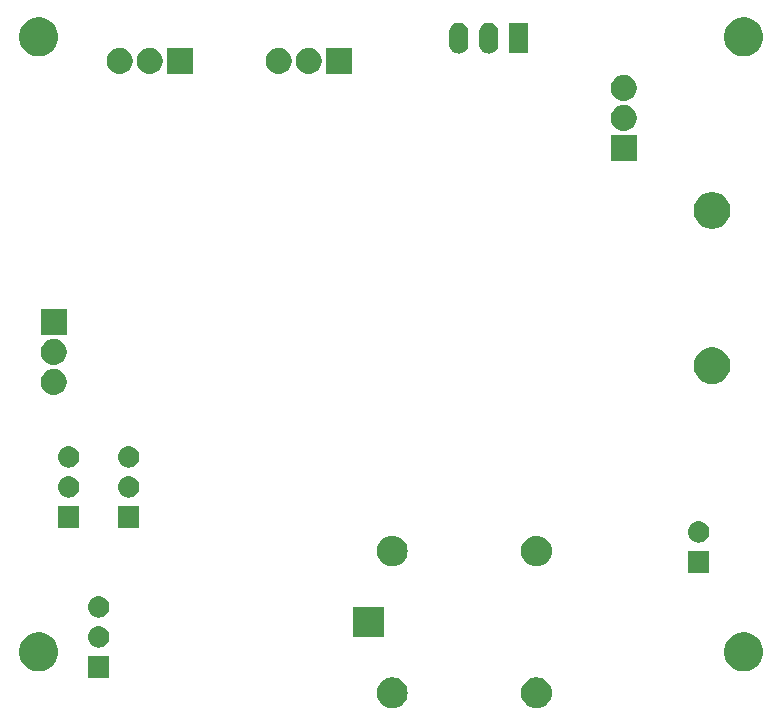
<source format=gbs>
G04 #@! TF.GenerationSoftware,KiCad,Pcbnew,5.0.2-bee76a0~70~ubuntu18.10.1*
G04 #@! TF.CreationDate,2019-09-06T12:11:08+02:00*
G04 #@! TF.ProjectId,Handylader_Fach_RS458_SMD_002,48616e64-796c-4616-9465-725f46616368,rev?*
G04 #@! TF.SameCoordinates,Original*
G04 #@! TF.FileFunction,Soldermask,Bot*
G04 #@! TF.FilePolarity,Negative*
%FSLAX46Y46*%
G04 Gerber Fmt 4.6, Leading zero omitted, Abs format (unit mm)*
G04 Created by KiCad (PCBNEW 5.0.2-bee76a0~70~ubuntu18.10.1) date Fr 06 Sep 2019 12:11:08 CEST*
%MOMM*%
%LPD*%
G01*
G04 APERTURE LIST*
%ADD10C,0.100000*%
G04 APERTURE END LIST*
D10*
G36*
X77811689Y-74553706D02*
X77955040Y-74567825D01*
X78200280Y-74642218D01*
X78200282Y-74642219D01*
X78426296Y-74763026D01*
X78624397Y-74925603D01*
X78786974Y-75123704D01*
X78786975Y-75123706D01*
X78907782Y-75349720D01*
X78982175Y-75594960D01*
X79007294Y-75850000D01*
X78982175Y-76105040D01*
X78907782Y-76350280D01*
X78907781Y-76350282D01*
X78786974Y-76576296D01*
X78624397Y-76774397D01*
X78426296Y-76936974D01*
X78426294Y-76936975D01*
X78200280Y-77057782D01*
X77955040Y-77132175D01*
X77811689Y-77146294D01*
X77763906Y-77151000D01*
X77636094Y-77151000D01*
X77588311Y-77146294D01*
X77444960Y-77132175D01*
X77199720Y-77057782D01*
X76973706Y-76936975D01*
X76973704Y-76936974D01*
X76775603Y-76774397D01*
X76613026Y-76576296D01*
X76492219Y-76350282D01*
X76492218Y-76350280D01*
X76417825Y-76105040D01*
X76392706Y-75850000D01*
X76417825Y-75594960D01*
X76492218Y-75349720D01*
X76613025Y-75123706D01*
X76613026Y-75123704D01*
X76775603Y-74925603D01*
X76973704Y-74763026D01*
X77199718Y-74642219D01*
X77199720Y-74642218D01*
X77444960Y-74567825D01*
X77588311Y-74553706D01*
X77636094Y-74549000D01*
X77763906Y-74549000D01*
X77811689Y-74553706D01*
X77811689Y-74553706D01*
G37*
G36*
X65611689Y-74553706D02*
X65755040Y-74567825D01*
X66000280Y-74642218D01*
X66000282Y-74642219D01*
X66226296Y-74763026D01*
X66424397Y-74925603D01*
X66586974Y-75123704D01*
X66586975Y-75123706D01*
X66707782Y-75349720D01*
X66782175Y-75594960D01*
X66807294Y-75850000D01*
X66782175Y-76105040D01*
X66707782Y-76350280D01*
X66707781Y-76350282D01*
X66586974Y-76576296D01*
X66424397Y-76774397D01*
X66226296Y-76936974D01*
X66226294Y-76936975D01*
X66000280Y-77057782D01*
X65755040Y-77132175D01*
X65611689Y-77146294D01*
X65563906Y-77151000D01*
X65436094Y-77151000D01*
X65388311Y-77146294D01*
X65244960Y-77132175D01*
X64999720Y-77057782D01*
X64773706Y-76936975D01*
X64773704Y-76936974D01*
X64575603Y-76774397D01*
X64413026Y-76576296D01*
X64292219Y-76350282D01*
X64292218Y-76350280D01*
X64217825Y-76105040D01*
X64192706Y-75850000D01*
X64217825Y-75594960D01*
X64292218Y-75349720D01*
X64413025Y-75123706D01*
X64413026Y-75123704D01*
X64575603Y-74925603D01*
X64773704Y-74763026D01*
X64999718Y-74642219D01*
X64999720Y-74642218D01*
X65244960Y-74567825D01*
X65388311Y-74553706D01*
X65436094Y-74549000D01*
X65563906Y-74549000D01*
X65611689Y-74553706D01*
X65611689Y-74553706D01*
G37*
G36*
X41541000Y-74561000D02*
X39739000Y-74561000D01*
X39739000Y-72759000D01*
X41541000Y-72759000D01*
X41541000Y-74561000D01*
X41541000Y-74561000D01*
G37*
G36*
X95625256Y-70781298D02*
X95731579Y-70802447D01*
X96032042Y-70926903D01*
X96056691Y-70943373D01*
X96302454Y-71107587D01*
X96532413Y-71337546D01*
X96532415Y-71337549D01*
X96713097Y-71607958D01*
X96822790Y-71872779D01*
X96837553Y-71908422D01*
X96901000Y-72227389D01*
X96901000Y-72552611D01*
X96837553Y-72871578D01*
X96713098Y-73172040D01*
X96532413Y-73442454D01*
X96302454Y-73672413D01*
X96302451Y-73672415D01*
X96032042Y-73853097D01*
X95731579Y-73977553D01*
X95625256Y-73998702D01*
X95412611Y-74041000D01*
X95087389Y-74041000D01*
X94874744Y-73998702D01*
X94768421Y-73977553D01*
X94467958Y-73853097D01*
X94197549Y-73672415D01*
X94197546Y-73672413D01*
X93967587Y-73442454D01*
X93786902Y-73172040D01*
X93662447Y-72871578D01*
X93599000Y-72552611D01*
X93599000Y-72227389D01*
X93662447Y-71908422D01*
X93677211Y-71872779D01*
X93786903Y-71607958D01*
X93967585Y-71337549D01*
X93967587Y-71337546D01*
X94197546Y-71107587D01*
X94443309Y-70943373D01*
X94467958Y-70926903D01*
X94768421Y-70802447D01*
X94874744Y-70781298D01*
X95087389Y-70739000D01*
X95412611Y-70739000D01*
X95625256Y-70781298D01*
X95625256Y-70781298D01*
G37*
G36*
X35935256Y-70781298D02*
X36041579Y-70802447D01*
X36342042Y-70926903D01*
X36366691Y-70943373D01*
X36612454Y-71107587D01*
X36842413Y-71337546D01*
X36842415Y-71337549D01*
X37023097Y-71607958D01*
X37132790Y-71872779D01*
X37147553Y-71908422D01*
X37211000Y-72227389D01*
X37211000Y-72552611D01*
X37147553Y-72871578D01*
X37023098Y-73172040D01*
X36842413Y-73442454D01*
X36612454Y-73672413D01*
X36612451Y-73672415D01*
X36342042Y-73853097D01*
X36041579Y-73977553D01*
X35935256Y-73998702D01*
X35722611Y-74041000D01*
X35397389Y-74041000D01*
X35184744Y-73998702D01*
X35078421Y-73977553D01*
X34777958Y-73853097D01*
X34507549Y-73672415D01*
X34507546Y-73672413D01*
X34277587Y-73442454D01*
X34096902Y-73172040D01*
X33972447Y-72871578D01*
X33909000Y-72552611D01*
X33909000Y-72227389D01*
X33972447Y-71908422D01*
X33987211Y-71872779D01*
X34096903Y-71607958D01*
X34277585Y-71337549D01*
X34277587Y-71337546D01*
X34507546Y-71107587D01*
X34753309Y-70943373D01*
X34777958Y-70926903D01*
X35078421Y-70802447D01*
X35184744Y-70781298D01*
X35397389Y-70739000D01*
X35722611Y-70739000D01*
X35935256Y-70781298D01*
X35935256Y-70781298D01*
G37*
G36*
X40750442Y-70225518D02*
X40816627Y-70232037D01*
X40929853Y-70266384D01*
X40986467Y-70283557D01*
X41125087Y-70357652D01*
X41142991Y-70367222D01*
X41178729Y-70396552D01*
X41280186Y-70479814D01*
X41363448Y-70581271D01*
X41392778Y-70617009D01*
X41392779Y-70617011D01*
X41476443Y-70773533D01*
X41476443Y-70773534D01*
X41527963Y-70943373D01*
X41545359Y-71120000D01*
X41527963Y-71296627D01*
X41515550Y-71337546D01*
X41476443Y-71466467D01*
X41402348Y-71605087D01*
X41392778Y-71622991D01*
X41363448Y-71658729D01*
X41280186Y-71760186D01*
X41178729Y-71843448D01*
X41142991Y-71872778D01*
X41142989Y-71872779D01*
X40986467Y-71956443D01*
X40929853Y-71973616D01*
X40816627Y-72007963D01*
X40750443Y-72014481D01*
X40684260Y-72021000D01*
X40595740Y-72021000D01*
X40529557Y-72014481D01*
X40463373Y-72007963D01*
X40350147Y-71973616D01*
X40293533Y-71956443D01*
X40137011Y-71872779D01*
X40137009Y-71872778D01*
X40101271Y-71843448D01*
X39999814Y-71760186D01*
X39916552Y-71658729D01*
X39887222Y-71622991D01*
X39877652Y-71605087D01*
X39803557Y-71466467D01*
X39764450Y-71337546D01*
X39752037Y-71296627D01*
X39734641Y-71120000D01*
X39752037Y-70943373D01*
X39803557Y-70773534D01*
X39803557Y-70773533D01*
X39887221Y-70617011D01*
X39887222Y-70617009D01*
X39916552Y-70581271D01*
X39999814Y-70479814D01*
X40101271Y-70396552D01*
X40137009Y-70367222D01*
X40154913Y-70357652D01*
X40293533Y-70283557D01*
X40350147Y-70266384D01*
X40463373Y-70232037D01*
X40529558Y-70225518D01*
X40595740Y-70219000D01*
X40684260Y-70219000D01*
X40750442Y-70225518D01*
X40750442Y-70225518D01*
G37*
G36*
X64801000Y-71151000D02*
X62199000Y-71151000D01*
X62199000Y-68549000D01*
X64801000Y-68549000D01*
X64801000Y-71151000D01*
X64801000Y-71151000D01*
G37*
G36*
X40750443Y-67685519D02*
X40816627Y-67692037D01*
X40929853Y-67726384D01*
X40986467Y-67743557D01*
X41125087Y-67817652D01*
X41142991Y-67827222D01*
X41178729Y-67856552D01*
X41280186Y-67939814D01*
X41363448Y-68041271D01*
X41392778Y-68077009D01*
X41392779Y-68077011D01*
X41476443Y-68233533D01*
X41476443Y-68233534D01*
X41527963Y-68403373D01*
X41545359Y-68580000D01*
X41527963Y-68756627D01*
X41493616Y-68869853D01*
X41476443Y-68926467D01*
X41402348Y-69065087D01*
X41392778Y-69082991D01*
X41363448Y-69118729D01*
X41280186Y-69220186D01*
X41178729Y-69303448D01*
X41142991Y-69332778D01*
X41142989Y-69332779D01*
X40986467Y-69416443D01*
X40929853Y-69433616D01*
X40816627Y-69467963D01*
X40750442Y-69474482D01*
X40684260Y-69481000D01*
X40595740Y-69481000D01*
X40529558Y-69474482D01*
X40463373Y-69467963D01*
X40350147Y-69433616D01*
X40293533Y-69416443D01*
X40137011Y-69332779D01*
X40137009Y-69332778D01*
X40101271Y-69303448D01*
X39999814Y-69220186D01*
X39916552Y-69118729D01*
X39887222Y-69082991D01*
X39877652Y-69065087D01*
X39803557Y-68926467D01*
X39786384Y-68869853D01*
X39752037Y-68756627D01*
X39734641Y-68580000D01*
X39752037Y-68403373D01*
X39803557Y-68233534D01*
X39803557Y-68233533D01*
X39887221Y-68077011D01*
X39887222Y-68077009D01*
X39916552Y-68041271D01*
X39999814Y-67939814D01*
X40101271Y-67856552D01*
X40137009Y-67827222D01*
X40154913Y-67817652D01*
X40293533Y-67743557D01*
X40350147Y-67726384D01*
X40463373Y-67692037D01*
X40529557Y-67685519D01*
X40595740Y-67679000D01*
X40684260Y-67679000D01*
X40750443Y-67685519D01*
X40750443Y-67685519D01*
G37*
G36*
X92341000Y-65671000D02*
X90539000Y-65671000D01*
X90539000Y-63869000D01*
X92341000Y-63869000D01*
X92341000Y-65671000D01*
X92341000Y-65671000D01*
G37*
G36*
X65611689Y-62553706D02*
X65755040Y-62567825D01*
X66000280Y-62642218D01*
X66000282Y-62642219D01*
X66226296Y-62763026D01*
X66424397Y-62925603D01*
X66586974Y-63123704D01*
X66586975Y-63123706D01*
X66707782Y-63349720D01*
X66782175Y-63594960D01*
X66807294Y-63850000D01*
X66782175Y-64105040D01*
X66707782Y-64350280D01*
X66707781Y-64350282D01*
X66586974Y-64576296D01*
X66424397Y-64774397D01*
X66226296Y-64936974D01*
X66226294Y-64936975D01*
X66000280Y-65057782D01*
X65755040Y-65132175D01*
X65611689Y-65146294D01*
X65563906Y-65151000D01*
X65436094Y-65151000D01*
X65388311Y-65146294D01*
X65244960Y-65132175D01*
X64999720Y-65057782D01*
X64773706Y-64936975D01*
X64773704Y-64936974D01*
X64575603Y-64774397D01*
X64413026Y-64576296D01*
X64292219Y-64350282D01*
X64292218Y-64350280D01*
X64217825Y-64105040D01*
X64192706Y-63850000D01*
X64217825Y-63594960D01*
X64292218Y-63349720D01*
X64413025Y-63123706D01*
X64413026Y-63123704D01*
X64575603Y-62925603D01*
X64773704Y-62763026D01*
X64999718Y-62642219D01*
X64999720Y-62642218D01*
X65244960Y-62567825D01*
X65388311Y-62553706D01*
X65436094Y-62549000D01*
X65563906Y-62549000D01*
X65611689Y-62553706D01*
X65611689Y-62553706D01*
G37*
G36*
X77811689Y-62553706D02*
X77955040Y-62567825D01*
X78200280Y-62642218D01*
X78200282Y-62642219D01*
X78426296Y-62763026D01*
X78624397Y-62925603D01*
X78786974Y-63123704D01*
X78786975Y-63123706D01*
X78907782Y-63349720D01*
X78982175Y-63594960D01*
X79007294Y-63850000D01*
X78982175Y-64105040D01*
X78907782Y-64350280D01*
X78907781Y-64350282D01*
X78786974Y-64576296D01*
X78624397Y-64774397D01*
X78426296Y-64936974D01*
X78426294Y-64936975D01*
X78200280Y-65057782D01*
X77955040Y-65132175D01*
X77811689Y-65146294D01*
X77763906Y-65151000D01*
X77636094Y-65151000D01*
X77588311Y-65146294D01*
X77444960Y-65132175D01*
X77199720Y-65057782D01*
X76973706Y-64936975D01*
X76973704Y-64936974D01*
X76775603Y-64774397D01*
X76613026Y-64576296D01*
X76492219Y-64350282D01*
X76492218Y-64350280D01*
X76417825Y-64105040D01*
X76392706Y-63850000D01*
X76417825Y-63594960D01*
X76492218Y-63349720D01*
X76613025Y-63123706D01*
X76613026Y-63123704D01*
X76775603Y-62925603D01*
X76973704Y-62763026D01*
X77199718Y-62642219D01*
X77199720Y-62642218D01*
X77444960Y-62567825D01*
X77588311Y-62553706D01*
X77636094Y-62549000D01*
X77763906Y-62549000D01*
X77811689Y-62553706D01*
X77811689Y-62553706D01*
G37*
G36*
X91550443Y-61335519D02*
X91616627Y-61342037D01*
X91729853Y-61376384D01*
X91786467Y-61393557D01*
X91925087Y-61467652D01*
X91942991Y-61477222D01*
X91978729Y-61506552D01*
X92080186Y-61589814D01*
X92163448Y-61691271D01*
X92192778Y-61727009D01*
X92192779Y-61727011D01*
X92276443Y-61883533D01*
X92276443Y-61883534D01*
X92327963Y-62053373D01*
X92345359Y-62230000D01*
X92327963Y-62406627D01*
X92293616Y-62519853D01*
X92276443Y-62576467D01*
X92241298Y-62642218D01*
X92192778Y-62732991D01*
X92168129Y-62763026D01*
X92080186Y-62870186D01*
X91978729Y-62953448D01*
X91942991Y-62982778D01*
X91942989Y-62982779D01*
X91786467Y-63066443D01*
X91729853Y-63083616D01*
X91616627Y-63117963D01*
X91558316Y-63123706D01*
X91484260Y-63131000D01*
X91395740Y-63131000D01*
X91321684Y-63123706D01*
X91263373Y-63117963D01*
X91150147Y-63083616D01*
X91093533Y-63066443D01*
X90937011Y-62982779D01*
X90937009Y-62982778D01*
X90901271Y-62953448D01*
X90799814Y-62870186D01*
X90711871Y-62763026D01*
X90687222Y-62732991D01*
X90638702Y-62642218D01*
X90603557Y-62576467D01*
X90586384Y-62519853D01*
X90552037Y-62406627D01*
X90534641Y-62230000D01*
X90552037Y-62053373D01*
X90603557Y-61883534D01*
X90603557Y-61883533D01*
X90687221Y-61727011D01*
X90687222Y-61727009D01*
X90716552Y-61691271D01*
X90799814Y-61589814D01*
X90901271Y-61506552D01*
X90937009Y-61477222D01*
X90954913Y-61467652D01*
X91093533Y-61393557D01*
X91150147Y-61376384D01*
X91263373Y-61342037D01*
X91329557Y-61335519D01*
X91395740Y-61329000D01*
X91484260Y-61329000D01*
X91550443Y-61335519D01*
X91550443Y-61335519D01*
G37*
G36*
X44081000Y-61861000D02*
X42279000Y-61861000D01*
X42279000Y-60059000D01*
X44081000Y-60059000D01*
X44081000Y-61861000D01*
X44081000Y-61861000D01*
G37*
G36*
X39001000Y-61861000D02*
X37199000Y-61861000D01*
X37199000Y-60059000D01*
X39001000Y-60059000D01*
X39001000Y-61861000D01*
X39001000Y-61861000D01*
G37*
G36*
X38210443Y-57525519D02*
X38276627Y-57532037D01*
X38389853Y-57566384D01*
X38446467Y-57583557D01*
X38585087Y-57657652D01*
X38602991Y-57667222D01*
X38638729Y-57696552D01*
X38740186Y-57779814D01*
X38823448Y-57881271D01*
X38852778Y-57917009D01*
X38852779Y-57917011D01*
X38936443Y-58073533D01*
X38936443Y-58073534D01*
X38987963Y-58243373D01*
X39005359Y-58420000D01*
X38987963Y-58596627D01*
X38953616Y-58709853D01*
X38936443Y-58766467D01*
X38862348Y-58905087D01*
X38852778Y-58922991D01*
X38823448Y-58958729D01*
X38740186Y-59060186D01*
X38638729Y-59143448D01*
X38602991Y-59172778D01*
X38602989Y-59172779D01*
X38446467Y-59256443D01*
X38389853Y-59273616D01*
X38276627Y-59307963D01*
X38210442Y-59314482D01*
X38144260Y-59321000D01*
X38055740Y-59321000D01*
X37989558Y-59314482D01*
X37923373Y-59307963D01*
X37810147Y-59273616D01*
X37753533Y-59256443D01*
X37597011Y-59172779D01*
X37597009Y-59172778D01*
X37561271Y-59143448D01*
X37459814Y-59060186D01*
X37376552Y-58958729D01*
X37347222Y-58922991D01*
X37337652Y-58905087D01*
X37263557Y-58766467D01*
X37246384Y-58709853D01*
X37212037Y-58596627D01*
X37194641Y-58420000D01*
X37212037Y-58243373D01*
X37263557Y-58073534D01*
X37263557Y-58073533D01*
X37347221Y-57917011D01*
X37347222Y-57917009D01*
X37376552Y-57881271D01*
X37459814Y-57779814D01*
X37561271Y-57696552D01*
X37597009Y-57667222D01*
X37614913Y-57657652D01*
X37753533Y-57583557D01*
X37810147Y-57566384D01*
X37923373Y-57532037D01*
X37989557Y-57525519D01*
X38055740Y-57519000D01*
X38144260Y-57519000D01*
X38210443Y-57525519D01*
X38210443Y-57525519D01*
G37*
G36*
X43290443Y-57525519D02*
X43356627Y-57532037D01*
X43469853Y-57566384D01*
X43526467Y-57583557D01*
X43665087Y-57657652D01*
X43682991Y-57667222D01*
X43718729Y-57696552D01*
X43820186Y-57779814D01*
X43903448Y-57881271D01*
X43932778Y-57917009D01*
X43932779Y-57917011D01*
X44016443Y-58073533D01*
X44016443Y-58073534D01*
X44067963Y-58243373D01*
X44085359Y-58420000D01*
X44067963Y-58596627D01*
X44033616Y-58709853D01*
X44016443Y-58766467D01*
X43942348Y-58905087D01*
X43932778Y-58922991D01*
X43903448Y-58958729D01*
X43820186Y-59060186D01*
X43718729Y-59143448D01*
X43682991Y-59172778D01*
X43682989Y-59172779D01*
X43526467Y-59256443D01*
X43469853Y-59273616D01*
X43356627Y-59307963D01*
X43290442Y-59314482D01*
X43224260Y-59321000D01*
X43135740Y-59321000D01*
X43069558Y-59314482D01*
X43003373Y-59307963D01*
X42890147Y-59273616D01*
X42833533Y-59256443D01*
X42677011Y-59172779D01*
X42677009Y-59172778D01*
X42641271Y-59143448D01*
X42539814Y-59060186D01*
X42456552Y-58958729D01*
X42427222Y-58922991D01*
X42417652Y-58905087D01*
X42343557Y-58766467D01*
X42326384Y-58709853D01*
X42292037Y-58596627D01*
X42274641Y-58420000D01*
X42292037Y-58243373D01*
X42343557Y-58073534D01*
X42343557Y-58073533D01*
X42427221Y-57917011D01*
X42427222Y-57917009D01*
X42456552Y-57881271D01*
X42539814Y-57779814D01*
X42641271Y-57696552D01*
X42677009Y-57667222D01*
X42694913Y-57657652D01*
X42833533Y-57583557D01*
X42890147Y-57566384D01*
X43003373Y-57532037D01*
X43069557Y-57525519D01*
X43135740Y-57519000D01*
X43224260Y-57519000D01*
X43290443Y-57525519D01*
X43290443Y-57525519D01*
G37*
G36*
X38210443Y-54985519D02*
X38276627Y-54992037D01*
X38389853Y-55026384D01*
X38446467Y-55043557D01*
X38585087Y-55117652D01*
X38602991Y-55127222D01*
X38638729Y-55156552D01*
X38740186Y-55239814D01*
X38823448Y-55341271D01*
X38852778Y-55377009D01*
X38852779Y-55377011D01*
X38936443Y-55533533D01*
X38936443Y-55533534D01*
X38987963Y-55703373D01*
X39005359Y-55880000D01*
X38987963Y-56056627D01*
X38953616Y-56169853D01*
X38936443Y-56226467D01*
X38862348Y-56365087D01*
X38852778Y-56382991D01*
X38823448Y-56418729D01*
X38740186Y-56520186D01*
X38638729Y-56603448D01*
X38602991Y-56632778D01*
X38602989Y-56632779D01*
X38446467Y-56716443D01*
X38389853Y-56733616D01*
X38276627Y-56767963D01*
X38210443Y-56774481D01*
X38144260Y-56781000D01*
X38055740Y-56781000D01*
X37989557Y-56774481D01*
X37923373Y-56767963D01*
X37810147Y-56733616D01*
X37753533Y-56716443D01*
X37597011Y-56632779D01*
X37597009Y-56632778D01*
X37561271Y-56603448D01*
X37459814Y-56520186D01*
X37376552Y-56418729D01*
X37347222Y-56382991D01*
X37337652Y-56365087D01*
X37263557Y-56226467D01*
X37246384Y-56169853D01*
X37212037Y-56056627D01*
X37194641Y-55880000D01*
X37212037Y-55703373D01*
X37263557Y-55533534D01*
X37263557Y-55533533D01*
X37347221Y-55377011D01*
X37347222Y-55377009D01*
X37376552Y-55341271D01*
X37459814Y-55239814D01*
X37561271Y-55156552D01*
X37597009Y-55127222D01*
X37614913Y-55117652D01*
X37753533Y-55043557D01*
X37810147Y-55026384D01*
X37923373Y-54992037D01*
X37989557Y-54985519D01*
X38055740Y-54979000D01*
X38144260Y-54979000D01*
X38210443Y-54985519D01*
X38210443Y-54985519D01*
G37*
G36*
X43290443Y-54985519D02*
X43356627Y-54992037D01*
X43469853Y-55026384D01*
X43526467Y-55043557D01*
X43665087Y-55117652D01*
X43682991Y-55127222D01*
X43718729Y-55156552D01*
X43820186Y-55239814D01*
X43903448Y-55341271D01*
X43932778Y-55377009D01*
X43932779Y-55377011D01*
X44016443Y-55533533D01*
X44016443Y-55533534D01*
X44067963Y-55703373D01*
X44085359Y-55880000D01*
X44067963Y-56056627D01*
X44033616Y-56169853D01*
X44016443Y-56226467D01*
X43942348Y-56365087D01*
X43932778Y-56382991D01*
X43903448Y-56418729D01*
X43820186Y-56520186D01*
X43718729Y-56603448D01*
X43682991Y-56632778D01*
X43682989Y-56632779D01*
X43526467Y-56716443D01*
X43469853Y-56733616D01*
X43356627Y-56767963D01*
X43290443Y-56774481D01*
X43224260Y-56781000D01*
X43135740Y-56781000D01*
X43069557Y-56774481D01*
X43003373Y-56767963D01*
X42890147Y-56733616D01*
X42833533Y-56716443D01*
X42677011Y-56632779D01*
X42677009Y-56632778D01*
X42641271Y-56603448D01*
X42539814Y-56520186D01*
X42456552Y-56418729D01*
X42427222Y-56382991D01*
X42417652Y-56365087D01*
X42343557Y-56226467D01*
X42326384Y-56169853D01*
X42292037Y-56056627D01*
X42274641Y-55880000D01*
X42292037Y-55703373D01*
X42343557Y-55533534D01*
X42343557Y-55533533D01*
X42427221Y-55377011D01*
X42427222Y-55377009D01*
X42456552Y-55341271D01*
X42539814Y-55239814D01*
X42641271Y-55156552D01*
X42677009Y-55127222D01*
X42694913Y-55117652D01*
X42833533Y-55043557D01*
X42890147Y-55026384D01*
X43003373Y-54992037D01*
X43069557Y-54985519D01*
X43135740Y-54979000D01*
X43224260Y-54979000D01*
X43290443Y-54985519D01*
X43290443Y-54985519D01*
G37*
G36*
X37044794Y-48450155D02*
X37151150Y-48471311D01*
X37221990Y-48500654D01*
X37351516Y-48554305D01*
X37351519Y-48554307D01*
X37453441Y-48622409D01*
X37531850Y-48674801D01*
X37685199Y-48828150D01*
X37805695Y-49008484D01*
X37888689Y-49208851D01*
X37931000Y-49421560D01*
X37931000Y-49638440D01*
X37888689Y-49851149D01*
X37805695Y-50051516D01*
X37685199Y-50231850D01*
X37531850Y-50385199D01*
X37351516Y-50505695D01*
X37221990Y-50559346D01*
X37151150Y-50588689D01*
X37044794Y-50609845D01*
X36938440Y-50631000D01*
X36721560Y-50631000D01*
X36615206Y-50609845D01*
X36508850Y-50588689D01*
X36438010Y-50559346D01*
X36308484Y-50505695D01*
X36128150Y-50385199D01*
X35974801Y-50231850D01*
X35854305Y-50051516D01*
X35771311Y-49851149D01*
X35729000Y-49638440D01*
X35729000Y-49421560D01*
X35771311Y-49208851D01*
X35854305Y-49008484D01*
X35974801Y-48828150D01*
X36128150Y-48674801D01*
X36206560Y-48622409D01*
X36308481Y-48554307D01*
X36308484Y-48554305D01*
X36438010Y-48500654D01*
X36508850Y-48471311D01*
X36615206Y-48450155D01*
X36721560Y-48429000D01*
X36938440Y-48429000D01*
X37044794Y-48450155D01*
X37044794Y-48450155D01*
G37*
G36*
X92922527Y-46658736D02*
X93022410Y-46678604D01*
X93304674Y-46795521D01*
X93558705Y-46965259D01*
X93774741Y-47181295D01*
X93944479Y-47435326D01*
X94050734Y-47691850D01*
X94061396Y-47717591D01*
X94121000Y-48017238D01*
X94121000Y-48322762D01*
X94081264Y-48522527D01*
X94061396Y-48622410D01*
X93944479Y-48904674D01*
X93774741Y-49158705D01*
X93558705Y-49374741D01*
X93304674Y-49544479D01*
X93022410Y-49661396D01*
X92922527Y-49681264D01*
X92722762Y-49721000D01*
X92417238Y-49721000D01*
X92217473Y-49681264D01*
X92117590Y-49661396D01*
X91835326Y-49544479D01*
X91581295Y-49374741D01*
X91365259Y-49158705D01*
X91195521Y-48904674D01*
X91078604Y-48622410D01*
X91058736Y-48522527D01*
X91019000Y-48322762D01*
X91019000Y-48017238D01*
X91078604Y-47717591D01*
X91089266Y-47691850D01*
X91195521Y-47435326D01*
X91365259Y-47181295D01*
X91581295Y-46965259D01*
X91835326Y-46795521D01*
X92117590Y-46678604D01*
X92217473Y-46658736D01*
X92417238Y-46619000D01*
X92722762Y-46619000D01*
X92922527Y-46658736D01*
X92922527Y-46658736D01*
G37*
G36*
X37044794Y-45910155D02*
X37151150Y-45931311D01*
X37221990Y-45960654D01*
X37351516Y-46014305D01*
X37531850Y-46134801D01*
X37685199Y-46288150D01*
X37805695Y-46468484D01*
X37888689Y-46668851D01*
X37931000Y-46881560D01*
X37931000Y-47098440D01*
X37888689Y-47311149D01*
X37805695Y-47511516D01*
X37685199Y-47691850D01*
X37531850Y-47845199D01*
X37351516Y-47965695D01*
X37227079Y-48017238D01*
X37151150Y-48048689D01*
X37044795Y-48069844D01*
X36938440Y-48091000D01*
X36721560Y-48091000D01*
X36615206Y-48069845D01*
X36508850Y-48048689D01*
X36432921Y-48017238D01*
X36308484Y-47965695D01*
X36128150Y-47845199D01*
X35974801Y-47691850D01*
X35854305Y-47511516D01*
X35771311Y-47311149D01*
X35729000Y-47098440D01*
X35729000Y-46881560D01*
X35771311Y-46668851D01*
X35854305Y-46468484D01*
X35974801Y-46288150D01*
X36128150Y-46134801D01*
X36308484Y-46014305D01*
X36438010Y-45960654D01*
X36508850Y-45931311D01*
X36615206Y-45910155D01*
X36721560Y-45889000D01*
X36938440Y-45889000D01*
X37044794Y-45910155D01*
X37044794Y-45910155D01*
G37*
G36*
X37931000Y-45551000D02*
X35729000Y-45551000D01*
X35729000Y-43349000D01*
X37931000Y-43349000D01*
X37931000Y-45551000D01*
X37931000Y-45551000D01*
G37*
G36*
X92922527Y-33518736D02*
X93022410Y-33538604D01*
X93304674Y-33655521D01*
X93558705Y-33825259D01*
X93774741Y-34041295D01*
X93944479Y-34295326D01*
X94061396Y-34577590D01*
X94121000Y-34877240D01*
X94121000Y-35182760D01*
X94061396Y-35482410D01*
X93944479Y-35764674D01*
X93774741Y-36018705D01*
X93558705Y-36234741D01*
X93304674Y-36404479D01*
X93022410Y-36521396D01*
X92922527Y-36541264D01*
X92722762Y-36581000D01*
X92417238Y-36581000D01*
X92217473Y-36541264D01*
X92117590Y-36521396D01*
X91835326Y-36404479D01*
X91581295Y-36234741D01*
X91365259Y-36018705D01*
X91195521Y-35764674D01*
X91078604Y-35482410D01*
X91019000Y-35182760D01*
X91019000Y-34877240D01*
X91078604Y-34577590D01*
X91195521Y-34295326D01*
X91365259Y-34041295D01*
X91581295Y-33825259D01*
X91835326Y-33655521D01*
X92117590Y-33538604D01*
X92217473Y-33518736D01*
X92417238Y-33479000D01*
X92722762Y-33479000D01*
X92922527Y-33518736D01*
X92922527Y-33518736D01*
G37*
G36*
X86191000Y-30819000D02*
X83989000Y-30819000D01*
X83989000Y-28617000D01*
X86191000Y-28617000D01*
X86191000Y-30819000D01*
X86191000Y-30819000D01*
G37*
G36*
X85304794Y-26098155D02*
X85411150Y-26119311D01*
X85481990Y-26148654D01*
X85611516Y-26202305D01*
X85791850Y-26322801D01*
X85945199Y-26476150D01*
X86065695Y-26656484D01*
X86148689Y-26856851D01*
X86191000Y-27069560D01*
X86191000Y-27286440D01*
X86148689Y-27499149D01*
X86065695Y-27699516D01*
X85945199Y-27879850D01*
X85791850Y-28033199D01*
X85611516Y-28153695D01*
X85481990Y-28207346D01*
X85411150Y-28236689D01*
X85304794Y-28257845D01*
X85198440Y-28279000D01*
X84981560Y-28279000D01*
X84875206Y-28257845D01*
X84768850Y-28236689D01*
X84698010Y-28207346D01*
X84568484Y-28153695D01*
X84388150Y-28033199D01*
X84234801Y-27879850D01*
X84114305Y-27699516D01*
X84031311Y-27499149D01*
X83989000Y-27286440D01*
X83989000Y-27069560D01*
X84031311Y-26856851D01*
X84114305Y-26656484D01*
X84234801Y-26476150D01*
X84388150Y-26322801D01*
X84568484Y-26202305D01*
X84698010Y-26148654D01*
X84768850Y-26119311D01*
X84875206Y-26098155D01*
X84981560Y-26077000D01*
X85198440Y-26077000D01*
X85304794Y-26098155D01*
X85304794Y-26098155D01*
G37*
G36*
X85304794Y-23558155D02*
X85411150Y-23579311D01*
X85481990Y-23608654D01*
X85611516Y-23662305D01*
X85791850Y-23782801D01*
X85945199Y-23936150D01*
X86065695Y-24116484D01*
X86148689Y-24316851D01*
X86191000Y-24529560D01*
X86191000Y-24746440D01*
X86148689Y-24959149D01*
X86065695Y-25159516D01*
X85945199Y-25339850D01*
X85791850Y-25493199D01*
X85611516Y-25613695D01*
X85481990Y-25667346D01*
X85411150Y-25696689D01*
X85304794Y-25717845D01*
X85198440Y-25739000D01*
X84981560Y-25739000D01*
X84875206Y-25717845D01*
X84768850Y-25696689D01*
X84698010Y-25667346D01*
X84568484Y-25613695D01*
X84388150Y-25493199D01*
X84234801Y-25339850D01*
X84114305Y-25159516D01*
X84031311Y-24959149D01*
X83989000Y-24746440D01*
X83989000Y-24529560D01*
X84031311Y-24316851D01*
X84114305Y-24116484D01*
X84234801Y-23936150D01*
X84388150Y-23782801D01*
X84568484Y-23662305D01*
X84698010Y-23608654D01*
X84768850Y-23579311D01*
X84875206Y-23558155D01*
X84981560Y-23537000D01*
X85198440Y-23537000D01*
X85304794Y-23558155D01*
X85304794Y-23558155D01*
G37*
G36*
X56094794Y-21272155D02*
X56201150Y-21293311D01*
X56271990Y-21322654D01*
X56401516Y-21376305D01*
X56401519Y-21376307D01*
X56577858Y-21494133D01*
X56581850Y-21496801D01*
X56735199Y-21650150D01*
X56735201Y-21650153D01*
X56735202Y-21650154D01*
X56785881Y-21726000D01*
X56855695Y-21830484D01*
X56938689Y-22030851D01*
X56981000Y-22243560D01*
X56981000Y-22460440D01*
X56938689Y-22673149D01*
X56855695Y-22873516D01*
X56735199Y-23053850D01*
X56581850Y-23207199D01*
X56401516Y-23327695D01*
X56271990Y-23381346D01*
X56201150Y-23410689D01*
X56094794Y-23431845D01*
X55988440Y-23453000D01*
X55771560Y-23453000D01*
X55665206Y-23431845D01*
X55558850Y-23410689D01*
X55488010Y-23381346D01*
X55358484Y-23327695D01*
X55178150Y-23207199D01*
X55024801Y-23053850D01*
X54904305Y-22873516D01*
X54821311Y-22673149D01*
X54779000Y-22460440D01*
X54779000Y-22243560D01*
X54821311Y-22030851D01*
X54904305Y-21830484D01*
X54974119Y-21726000D01*
X55024798Y-21650154D01*
X55024799Y-21650153D01*
X55024801Y-21650150D01*
X55178150Y-21496801D01*
X55182143Y-21494133D01*
X55358481Y-21376307D01*
X55358484Y-21376305D01*
X55488010Y-21322654D01*
X55558850Y-21293311D01*
X55665206Y-21272155D01*
X55771560Y-21251000D01*
X55988440Y-21251000D01*
X56094794Y-21272155D01*
X56094794Y-21272155D01*
G37*
G36*
X42632794Y-21272155D02*
X42739150Y-21293311D01*
X42809990Y-21322654D01*
X42939516Y-21376305D01*
X42939519Y-21376307D01*
X43115858Y-21494133D01*
X43119850Y-21496801D01*
X43273199Y-21650150D01*
X43273201Y-21650153D01*
X43273202Y-21650154D01*
X43323881Y-21726000D01*
X43393695Y-21830484D01*
X43476689Y-22030851D01*
X43519000Y-22243560D01*
X43519000Y-22460440D01*
X43476689Y-22673149D01*
X43393695Y-22873516D01*
X43273199Y-23053850D01*
X43119850Y-23207199D01*
X42939516Y-23327695D01*
X42809990Y-23381346D01*
X42739150Y-23410689D01*
X42632794Y-23431845D01*
X42526440Y-23453000D01*
X42309560Y-23453000D01*
X42203206Y-23431845D01*
X42096850Y-23410689D01*
X42026010Y-23381346D01*
X41896484Y-23327695D01*
X41716150Y-23207199D01*
X41562801Y-23053850D01*
X41442305Y-22873516D01*
X41359311Y-22673149D01*
X41317000Y-22460440D01*
X41317000Y-22243560D01*
X41359311Y-22030851D01*
X41442305Y-21830484D01*
X41512119Y-21726000D01*
X41562798Y-21650154D01*
X41562799Y-21650153D01*
X41562801Y-21650150D01*
X41716150Y-21496801D01*
X41720143Y-21494133D01*
X41896481Y-21376307D01*
X41896484Y-21376305D01*
X42026010Y-21322654D01*
X42096850Y-21293311D01*
X42203206Y-21272155D01*
X42309560Y-21251000D01*
X42526440Y-21251000D01*
X42632794Y-21272155D01*
X42632794Y-21272155D01*
G37*
G36*
X45172794Y-21272155D02*
X45279150Y-21293311D01*
X45349990Y-21322654D01*
X45479516Y-21376305D01*
X45479519Y-21376307D01*
X45655858Y-21494133D01*
X45659850Y-21496801D01*
X45813199Y-21650150D01*
X45813201Y-21650153D01*
X45813202Y-21650154D01*
X45863881Y-21726000D01*
X45933695Y-21830484D01*
X46016689Y-22030851D01*
X46059000Y-22243560D01*
X46059000Y-22460440D01*
X46016689Y-22673149D01*
X45933695Y-22873516D01*
X45813199Y-23053850D01*
X45659850Y-23207199D01*
X45479516Y-23327695D01*
X45349990Y-23381346D01*
X45279150Y-23410689D01*
X45172794Y-23431845D01*
X45066440Y-23453000D01*
X44849560Y-23453000D01*
X44743206Y-23431845D01*
X44636850Y-23410689D01*
X44566010Y-23381346D01*
X44436484Y-23327695D01*
X44256150Y-23207199D01*
X44102801Y-23053850D01*
X43982305Y-22873516D01*
X43899311Y-22673149D01*
X43857000Y-22460440D01*
X43857000Y-22243560D01*
X43899311Y-22030851D01*
X43982305Y-21830484D01*
X44052119Y-21726000D01*
X44102798Y-21650154D01*
X44102799Y-21650153D01*
X44102801Y-21650150D01*
X44256150Y-21496801D01*
X44260143Y-21494133D01*
X44436481Y-21376307D01*
X44436484Y-21376305D01*
X44566010Y-21322654D01*
X44636850Y-21293311D01*
X44743206Y-21272155D01*
X44849560Y-21251000D01*
X45066440Y-21251000D01*
X45172794Y-21272155D01*
X45172794Y-21272155D01*
G37*
G36*
X58634794Y-21272155D02*
X58741150Y-21293311D01*
X58811990Y-21322654D01*
X58941516Y-21376305D01*
X58941519Y-21376307D01*
X59117858Y-21494133D01*
X59121850Y-21496801D01*
X59275199Y-21650150D01*
X59275201Y-21650153D01*
X59275202Y-21650154D01*
X59325881Y-21726000D01*
X59395695Y-21830484D01*
X59478689Y-22030851D01*
X59521000Y-22243560D01*
X59521000Y-22460440D01*
X59478689Y-22673149D01*
X59395695Y-22873516D01*
X59275199Y-23053850D01*
X59121850Y-23207199D01*
X58941516Y-23327695D01*
X58811990Y-23381346D01*
X58741150Y-23410689D01*
X58634794Y-23431845D01*
X58528440Y-23453000D01*
X58311560Y-23453000D01*
X58205206Y-23431845D01*
X58098850Y-23410689D01*
X58028010Y-23381346D01*
X57898484Y-23327695D01*
X57718150Y-23207199D01*
X57564801Y-23053850D01*
X57444305Y-22873516D01*
X57361311Y-22673149D01*
X57319000Y-22460440D01*
X57319000Y-22243560D01*
X57361311Y-22030851D01*
X57444305Y-21830484D01*
X57514119Y-21726000D01*
X57564798Y-21650154D01*
X57564799Y-21650153D01*
X57564801Y-21650150D01*
X57718150Y-21496801D01*
X57722143Y-21494133D01*
X57898481Y-21376307D01*
X57898484Y-21376305D01*
X58028010Y-21322654D01*
X58098850Y-21293311D01*
X58205206Y-21272155D01*
X58311560Y-21251000D01*
X58528440Y-21251000D01*
X58634794Y-21272155D01*
X58634794Y-21272155D01*
G37*
G36*
X48599000Y-23453000D02*
X46397000Y-23453000D01*
X46397000Y-21251000D01*
X48599000Y-21251000D01*
X48599000Y-23453000D01*
X48599000Y-23453000D01*
G37*
G36*
X62061000Y-23453000D02*
X59859000Y-23453000D01*
X59859000Y-21251000D01*
X62061000Y-21251000D01*
X62061000Y-23453000D01*
X62061000Y-23453000D01*
G37*
G36*
X95625256Y-18711298D02*
X95731579Y-18732447D01*
X96032042Y-18856903D01*
X96298852Y-19035180D01*
X96302454Y-19037587D01*
X96532413Y-19267546D01*
X96713098Y-19537960D01*
X96837553Y-19838422D01*
X96901000Y-20157389D01*
X96901000Y-20482611D01*
X96837553Y-20801578D01*
X96713098Y-21102040D01*
X96532413Y-21372454D01*
X96302454Y-21602413D01*
X96302451Y-21602415D01*
X96032042Y-21783097D01*
X95731579Y-21907553D01*
X95625256Y-21928702D01*
X95412611Y-21971000D01*
X95087389Y-21971000D01*
X94874744Y-21928702D01*
X94768421Y-21907553D01*
X94467958Y-21783097D01*
X94197549Y-21602415D01*
X94197546Y-21602413D01*
X93967587Y-21372454D01*
X93786902Y-21102040D01*
X93662447Y-20801578D01*
X93599000Y-20482611D01*
X93599000Y-20157389D01*
X93662447Y-19838422D01*
X93786902Y-19537960D01*
X93967587Y-19267546D01*
X94197546Y-19037587D01*
X94201148Y-19035180D01*
X94467958Y-18856903D01*
X94768421Y-18732447D01*
X94874744Y-18711298D01*
X95087389Y-18669000D01*
X95412611Y-18669000D01*
X95625256Y-18711298D01*
X95625256Y-18711298D01*
G37*
G36*
X35935256Y-18711298D02*
X36041579Y-18732447D01*
X36342042Y-18856903D01*
X36608852Y-19035180D01*
X36612454Y-19037587D01*
X36842413Y-19267546D01*
X37023098Y-19537960D01*
X37147553Y-19838422D01*
X37211000Y-20157389D01*
X37211000Y-20482611D01*
X37147553Y-20801578D01*
X37023098Y-21102040D01*
X36842413Y-21372454D01*
X36612454Y-21602413D01*
X36612451Y-21602415D01*
X36342042Y-21783097D01*
X36041579Y-21907553D01*
X35935256Y-21928702D01*
X35722611Y-21971000D01*
X35397389Y-21971000D01*
X35184744Y-21928702D01*
X35078421Y-21907553D01*
X34777958Y-21783097D01*
X34507549Y-21602415D01*
X34507546Y-21602413D01*
X34277587Y-21372454D01*
X34096902Y-21102040D01*
X33972447Y-20801578D01*
X33909000Y-20482611D01*
X33909000Y-20157389D01*
X33972447Y-19838422D01*
X34096902Y-19537960D01*
X34277587Y-19267546D01*
X34507546Y-19037587D01*
X34511148Y-19035180D01*
X34777958Y-18856903D01*
X35078421Y-18732447D01*
X35184744Y-18711298D01*
X35397389Y-18669000D01*
X35722611Y-18669000D01*
X35935256Y-18711298D01*
X35935256Y-18711298D01*
G37*
G36*
X71277025Y-19135590D02*
X71428012Y-19181392D01*
X71567165Y-19255770D01*
X71689133Y-19355867D01*
X71789230Y-19477835D01*
X71863608Y-19616988D01*
X71909410Y-19767975D01*
X71921000Y-19885654D01*
X71921000Y-20964346D01*
X71909410Y-21082025D01*
X71863608Y-21233012D01*
X71789230Y-21372165D01*
X71689136Y-21494130D01*
X71689134Y-21494131D01*
X71689133Y-21494133D01*
X71628149Y-21544181D01*
X71567161Y-21594232D01*
X71428011Y-21668608D01*
X71277024Y-21714410D01*
X71120000Y-21729875D01*
X70962975Y-21714410D01*
X70811988Y-21668608D01*
X70672835Y-21594230D01*
X70550870Y-21494136D01*
X70550869Y-21494134D01*
X70550867Y-21494133D01*
X70454169Y-21376305D01*
X70450768Y-21372161D01*
X70376392Y-21233011D01*
X70330590Y-21082024D01*
X70319000Y-20964345D01*
X70319001Y-19885654D01*
X70330591Y-19767975D01*
X70376393Y-19616988D01*
X70450771Y-19477835D01*
X70550868Y-19355867D01*
X70672836Y-19255770D01*
X70811989Y-19181392D01*
X70962976Y-19135590D01*
X71120000Y-19120125D01*
X71277025Y-19135590D01*
X71277025Y-19135590D01*
G37*
G36*
X73817025Y-19135590D02*
X73968012Y-19181392D01*
X74107165Y-19255770D01*
X74229133Y-19355867D01*
X74329230Y-19477835D01*
X74403608Y-19616988D01*
X74449410Y-19767975D01*
X74461000Y-19885654D01*
X74461000Y-20964346D01*
X74449410Y-21082025D01*
X74403608Y-21233012D01*
X74329230Y-21372165D01*
X74229136Y-21494130D01*
X74229134Y-21494131D01*
X74229133Y-21494133D01*
X74168149Y-21544181D01*
X74107161Y-21594232D01*
X73968011Y-21668608D01*
X73817024Y-21714410D01*
X73660000Y-21729875D01*
X73502975Y-21714410D01*
X73351988Y-21668608D01*
X73212835Y-21594230D01*
X73090870Y-21494136D01*
X73090869Y-21494134D01*
X73090867Y-21494133D01*
X72994169Y-21376305D01*
X72990768Y-21372161D01*
X72916392Y-21233011D01*
X72870590Y-21082024D01*
X72859000Y-20964345D01*
X72859001Y-19885654D01*
X72870591Y-19767975D01*
X72916393Y-19616988D01*
X72990771Y-19477835D01*
X73090868Y-19355867D01*
X73212836Y-19255770D01*
X73351989Y-19181392D01*
X73502976Y-19135590D01*
X73660000Y-19120125D01*
X73817025Y-19135590D01*
X73817025Y-19135590D01*
G37*
G36*
X77001000Y-21726000D02*
X75399000Y-21726000D01*
X75399000Y-19124000D01*
X77001000Y-19124000D01*
X77001000Y-21726000D01*
X77001000Y-21726000D01*
G37*
M02*

</source>
